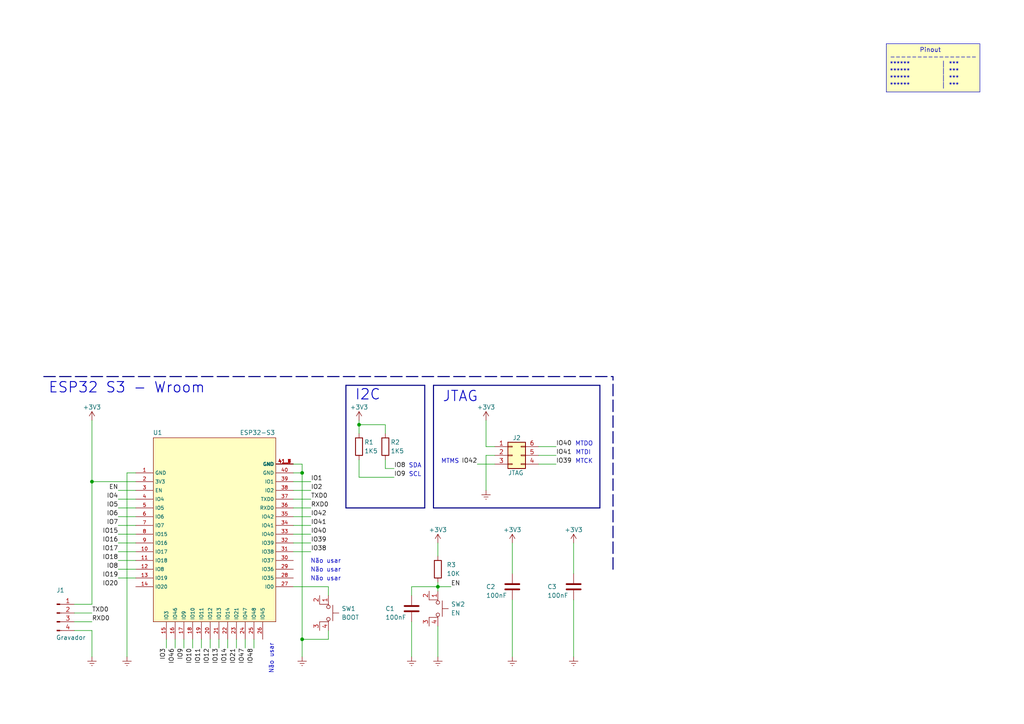
<source format=kicad_sch>
(kicad_sch (version 20231120) (generator "eeschema") (generator_version "8.0")
  (paper "A4")
  (title_block (title "Controle Personalizado") (date "2024-09-18") (rev "1.0.0") (company "AR") (comment 1 "Eng. Adenilton Ribeiro"))
  (lib_symbols
    (symbol "Connector:Conn_01x04_Male" (pin_names (offset 1.016) hide)
      (property "Reference" "J" (at 0 5.08 0))
      (property "Value" "Conn_01x04_Male" (at 0 -7.62 0))
      (symbol "Conn_01x04_Male_1_1"
        (polyline (pts (xy 1.27 -5.08) (xy 0.8636 -5.08)) (stroke (width 0.1524)))
        (polyline (pts (xy 1.27 -2.54) (xy 0.8636 -2.54)) (stroke (width 0.1524)))
        (polyline (pts (xy 1.27 0) (xy 0.8636 0)) (stroke (width 0.1524)))
        (polyline (pts (xy 1.27 2.54) (xy 0.8636 2.54)) (stroke (width 0.1524)))
        (rectangle (start 0.8636 -4.953) (end 0 -5.207) (stroke (width 0.1524)) (fill (type outline)))
        (rectangle (start 0.8636 -2.413) (end 0 -2.667) (stroke (width 0.1524)) (fill (type outline)))
        (rectangle (start 0.8636 0.127) (end 0 -0.127) (stroke (width 0.1524)) (fill (type outline)))
        (rectangle (start 0.8636 2.667) (end 0 2.413) (stroke (width 0.1524)) (fill (type outline)))
        (pin passive line (at 5.08 2.54 180) (length 3.81) (name "Pin_1") (number "1"))
        (pin passive line (at 5.08 0 180) (length 3.81) (name "Pin_2") (number "2"))
        (pin passive line (at 5.08 -2.54 180) (length 3.81) (name "Pin_3") (number "3"))
        (pin passive line (at 5.08 -5.08 180) (length 3.81) (name "Pin_4") (number "4"))
      )
    )
    (symbol "Connector_Generic:Conn_02x03_Counter_Clockwise" (pin_names (offset 1.016) hide)
      (property "Reference" "J" (at 1.27 5.08 0))
      (property "Value" "Conn_02x03_Counter_Clockwise" (at 1.27 -5.08 0))
      (symbol "Conn_02x03_Counter_Clockwise_1_1"
        (rectangle (start -1.27 -2.413) (end 0 -2.667) (stroke (width 0.1524)))
        (rectangle (start -1.27 0.127) (end 0 -0.127) (stroke (width 0.1524)))
        (rectangle (start -1.27 2.667) (end 0 2.413) (stroke (width 0.1524)))
        (rectangle (start -1.27 3.81) (end 3.81 -3.81) (stroke (width 0.254)) (fill (type background)))
        (rectangle (start 3.81 -2.413) (end 2.54 -2.667) (stroke (width 0.1524)))
        (rectangle (start 3.81 0.127) (end 2.54 -0.127) (stroke (width 0.1524)))
        (rectangle (start 3.81 2.667) (end 2.54 2.413) (stroke (width 0.1524)))
        (pin passive line (at -5.08 2.54 0) (length 3.81) (name "Pin_1") (number "1"))
        (pin passive line (at -5.08 0 0) (length 3.81) (name "Pin_2") (number "2"))
        (pin passive line (at -5.08 -2.54 0) (length 3.81) (name "Pin_3") (number "3"))
        (pin passive line (at 7.62 -2.54 180) (length 3.81) (name "Pin_4") (number "4"))
        (pin passive line (at 7.62 0 180) (length 3.81) (name "Pin_5") (number "5"))
        (pin passive line (at 7.62 2.54 180) (length 3.81) (name "Pin_6") (number "6"))
      )
    )
    (symbol "Device:C" (pin_numbers hide) (pin_names (offset 0.254))
      (property "Reference" "C" (at 0.635 2.54 0))
      (property "Value" "C" (at 0.635 -2.54 0))
      (symbol "C_0_1"
        (polyline (pts (xy -2.032 -0.762) (xy 2.032 -0.762)) (stroke (width 0.508)))
        (polyline (pts (xy -2.032 0.762) (xy 2.032 0.762)) (stroke (width 0.508)))
      )
      (symbol "C_1_1"
        (pin passive line (at 0 3.81 270) (length 2.794) (name "~") (number "1"))
        (pin passive line (at 0 -3.81 90) (length 2.794) (name "~") (number "2"))
      )
    )
    (symbol "Device:R" (pin_numbers hide) (pin_names (offset 0))
      (property "Reference" "R" (at 2.032 0 90))
      (property "Value" "R" (at 0 0 90))
      (symbol "R_0_1"
        (rectangle (start -1.016 -2.54) (end 1.016 2.54) (stroke (width 0.254)))
      )
      (symbol "R_1_1"
        (pin passive line (at 0 3.81 270) (length 1.27) (name "~") (number "1"))
        (pin passive line (at 0 -3.81 90) (length 1.27) (name "~") (number "2"))
      )
    )
    (symbol "ESP32_S3_WROOM_1_N16_1"
      (property "Reference" "U" (at 0 -1.016 0))
      (property "Value" "ESP32-S3" (at 18.034 -1.016 0))
      (symbol "ESP32_S3_WROOM_1_N16_1_0_0"
        (pin power_in line (at -5.08 -12.7 0) (length 5.08) (name "GND") (number "1"))
        (pin bidirectional line (at -5.08 -35.56 0) (length 5.08) (name "IO17") (number "10"))
        (pin bidirectional line (at -5.08 -38.1 0) (length 5.08) (name "IO18") (number "11"))
        (pin bidirectional line (at -5.08 -40.64 0) (length 5.08) (name "IO8") (number "12"))
        (pin bidirectional line (at -5.08 -43.18 0) (length 5.08) (name "IO19") (number "13"))
        (pin bidirectional line (at -5.08 -45.72 0) (length 5.08) (name "IO20") (number "14"))
        (pin bidirectional line (at 3.81 -60.96 90) (length 5.08) (name "IO3") (number "15"))
        (pin bidirectional line (at 6.35 -60.96 90) (length 5.08) (name "IO46") (number "16"))
        (pin bidirectional line (at 8.89 -60.96 90) (length 5.08) (name "IO9") (number "17"))
        (pin bidirectional line (at 11.43 -60.96 90) (length 5.08) (name "IO10") (number "18"))
        (pin bidirectional line (at 13.97 -60.96 90) (length 5.08) (name "IO11") (number "19"))
        (pin power_in line (at -5.08 -15.24 0) (length 5.08) (name "3V3") (number "2"))
        (pin bidirectional line (at 16.51 -60.96 90) (length 5.08) (name "IO12") (number "20"))
        (pin bidirectional line (at 19.05 -60.96 90) (length 5.08) (name "IO13") (number "21"))
        (pin bidirectional line (at 21.59 -60.96 90) (length 5.08) (name "IO14") (number "22"))
        (pin bidirectional line (at 24.13 -60.96 90) (length 5.08) (name "IO21") (number "23"))
        (pin bidirectional line (at 26.67 -60.96 90) (length 5.08) (name "IO47") (number "24"))
        (pin bidirectional line (at 29.21 -60.96 90) (length 5.08) (name "IO48") (number "25"))
        (pin bidirectional line (at 31.75 -60.96 90) (length 5.08) (name "IO45") (number "26"))
        (pin bidirectional line (at 40.64 -45.72 180) (length 5.08) (name "IO0") (number "27"))
        (pin bidirectional line (at 40.64 -43.18 180) (length 5.08) (name "IO35") (number "28"))
        (pin bidirectional line (at 40.64 -40.64 180) (length 5.08) (name "IO36") (number "29"))
        (pin input line (at -5.08 -17.78 0) (length 5.08) (name "EN") (number "3"))
        (pin bidirectional line (at 40.64 -38.1 180) (length 5.08) (name "IO37") (number "30"))
        (pin bidirectional line (at 40.64 -35.56 180) (length 5.08) (name "IO38") (number "31"))
        (pin bidirectional line (at 40.64 -33.02 180) (length 5.08) (name "IO39") (number "32"))
        (pin bidirectional line (at 40.64 -30.48 180) (length 5.08) (name "IO40") (number "33"))
        (pin bidirectional line (at 40.64 -27.94 180) (length 5.08) (name "IO41") (number "34"))
        (pin bidirectional line (at 40.64 -25.4 180) (length 5.08) (name "IO42") (number "35"))
        (pin bidirectional line (at 40.64 -22.86 180) (length 5.08) (name "RXD0") (number "36"))
        (pin bidirectional line (at 40.64 -20.32 180) (length 5.08) (name "TXD0") (number "37"))
        (pin bidirectional line (at 40.64 -17.78 180) (length 5.08) (name "IO2") (number "38"))
        (pin bidirectional line (at 40.64 -15.24 180) (length 5.08) (name "IO1") (number "39"))
        (pin bidirectional line (at -5.08 -20.32 0) (length 5.08) (name "IO4") (number "4"))
        (pin power_in line (at 40.64 -12.7 180) (length 5.08) (name "GND") (number "40"))
        (pin power_in line (at 40.64 -10.16 180) (length 5.08) (name "GND") (number "41_1"))
        (pin power_in line (at 40.64 -10.16 180) (length 5.08) (name "GND") (number "41_2"))
        (pin power_in line (at 40.64 -10.16 180) (length 5.08) (name "GND") (number "41_3"))
        (pin power_in line (at 40.64 -10.16 180) (length 5.08) (name "GND") (number "41_4"))
        (pin power_in line (at 40.64 -10.16 180) (length 5.08) (name "GND") (number "41_5"))
        (pin power_in line (at 40.64 -10.16 180) (length 5.08) (name "GND") (number "41_6"))
        (pin power_in line (at 40.64 -10.16 180) (length 5.08) (name "GND") (number "41_7"))
        (pin power_in line (at 40.64 -10.16 180) (length 5.08) (name "GND") (number "41_8"))
        (pin power_in line (at 40.64 -10.16 180) (length 5.08) (name "GND") (number "41_9"))
        (pin bidirectional line (at -5.08 -22.86 0) (length 5.08) (name "IO5") (number "5"))
        (pin bidirectional line (at -5.08 -25.4 0) (length 5.08) (name "IO6") (number "6"))
        (pin bidirectional line (at -5.08 -27.94 0) (length 5.08) (name "IO7") (number "7"))
        (pin bidirectional line (at -5.08 -30.48 0) (length 5.08) (name "IO15") (number "8"))
        (pin bidirectional line (at -5.08 -33.02 0) (length 5.08) (name "IO16") (number "9"))
      )
      (symbol "ESP32_S3_WROOM_1_N16_1_0_1"
        (rectangle (start 0 -2.54) (end 35.56 -55.88) (fill (type background)))
      )
    )
    (symbol "Switch:SW_MEC_5E" (pin_names (offset 1.016) hide)
      (property "Reference" "SW" (at 0.635 5.715 0))
      (property "Value" "SW_MEC_5E" (at 0 -3.175 0))
      (symbol "SW_MEC_5E_0_1"
        (circle (center -1.778 2.54) (radius 0.508))
        (polyline (pts (xy -2.286 3.81) (xy 2.286 3.81)))
        (polyline (pts (xy 0 3.81) (xy 0 5.588)))
        (polyline (pts (xy -2.54 0) (xy -2.54 2.54) (xy -2.286 2.54)))
        (polyline (pts (xy 2.54 0) (xy 2.54 2.54) (xy 2.286 2.54)))
        (circle (center 1.778 2.54) (radius 0.508))
        (pin passive line (at -5.08 2.54 0) (length 2.54) (name "1") (number "1"))
        (pin passive line (at -5.08 0 0) (length 2.54) (name "2") (number "2"))
        (pin passive line (at 5.08 0 180) (length 2.54) (name "K") (number "3"))
        (pin passive line (at 5.08 2.54 180) (length 2.54) (name "A") (number "4"))
      )
    )
    (symbol "power:+3.3V" (power) (pin_names (offset 0))
      (property "Value" "+3.3V" (at 0 3.556 0))
      (symbol "+3.3V_0_1"
        (polyline (pts (xy -0.762 1.27) (xy 0 2.54)))
        (polyline (pts (xy 0 0) (xy 0 2.54)))
        (polyline (pts (xy 0 2.54) (xy 0.762 1.27)))
      )
      (symbol "+3.3V_1_1"
        (pin power_in line (at 0 0 90) (length 0) hide (name "+3V3") (number "1"))
      )
    )
    (symbol "power:Earth" (power) (pin_names (offset 0))
      (symbol "Earth_0_1"
        (polyline (pts (xy -0.635 -1.905) (xy 0.635 -1.905)))
        (polyline (pts (xy -0.127 -2.54) (xy 0.127 -2.54)))
        (polyline (pts (xy 0 -1.27) (xy 0 0)))
        (polyline (pts (xy 1.27 -1.27) (xy -1.27 -1.27)))
      )
      (symbol "Earth_1_1"
        (pin power_in line (at 0 0 270) (length 0) hide (name "Earth") (number "1"))
      )
    )
  )
  (junction (at 127 170.18))
  (junction (at 87.63 185.42))
  (junction (at 26.67 139.7))
  (junction (at 104.14 123.19))
  (junction (at 87.63 137.16))
  (wire (pts (xy 127 168.91) (xy 127 170.18)))
  (wire (pts (xy 119.38 180.34) (xy 119.38 190.5)))
  (wire (pts (xy 36.83 137.16) (xy 36.83 190.5)))
  (wire (pts (xy 85.09 144.78) (xy 90.17 144.78)))
  (wire (pts (xy 111.76 135.89) (xy 111.76 133.35)))
  (wire (pts (xy 26.67 175.26) (xy 26.67 139.7)))
  (wire (pts (xy 34.29 149.86) (xy 39.37 149.86)))
  (wire (pts (xy 39.37 137.16) (xy 36.83 137.16)))
  (wire (pts (xy 63.5 185.42) (xy 63.5 187.96)))
  (wire (pts (xy 127 170.18) (xy 127 171.45)))
  (bus (pts (xy 123.19 147.32) (xy 100.33 147.32)))
  (wire (pts (xy 34.29 154.94) (xy 39.37 154.94)))
  (wire (pts (xy 26.67 121.92) (xy 26.67 139.7)))
  (wire (pts (xy 127 181.61) (xy 127 190.5)))
  (wire (pts (xy 21.59 177.8) (xy 26.67 177.8)))
  (wire (pts (xy 166.37 157.48) (xy 166.37 166.37)))
  (wire (pts (xy 85.09 137.16) (xy 87.63 137.16)))
  (wire (pts (xy 85.09 139.7) (xy 90.17 139.7)))
  (wire (pts (xy 111.76 125.73) (xy 111.76 123.19)))
  (wire (pts (xy 95.25 170.18) (xy 95.25 172.72)))
  (wire (pts (xy 85.09 147.32) (xy 90.17 147.32)))
  (wire (pts (xy 34.29 160.02) (xy 39.37 160.02)))
  (wire (pts (xy 53.34 185.42) (xy 53.34 187.96)))
  (wire (pts (xy 21.59 180.34) (xy 26.67 180.34)))
  (wire (pts (xy 34.29 144.78) (xy 39.37 144.78)))
  (wire (pts (xy 34.29 152.4) (xy 39.37 152.4)))
  (wire (pts (xy 87.63 134.62) (xy 87.63 137.16)))
  (wire (pts (xy 21.59 182.88) (xy 26.67 182.88)))
  (wire (pts (xy 85.09 134.62) (xy 87.63 134.62)))
  (wire (pts (xy 48.26 185.42) (xy 48.26 187.96)))
  (wire (pts (xy 85.09 154.94) (xy 90.17 154.94)))
  (bus (pts (xy 12.7 109.22) (xy 177.8 109.22)) (stroke (width 0) (type dash)))
  (wire (pts (xy 111.76 123.19) (xy 104.14 123.19)))
  (wire (pts (xy 73.66 185.42) (xy 73.66 187.96)))
  (wire (pts (xy 148.59 173.99) (xy 148.59 190.5)))
  (wire (pts (xy 140.97 132.08) (xy 140.97 142.24)))
  (wire (pts (xy 166.37 173.99) (xy 166.37 190.5)))
  (wire (pts (xy 68.58 185.42) (xy 68.58 187.96)))
  (wire (pts (xy 140.97 129.54) (xy 140.97 121.92)))
  (wire (pts (xy 119.38 170.18) (xy 127 170.18)))
  (wire (pts (xy 85.09 160.02) (xy 90.17 160.02)))
  (wire (pts (xy 66.04 185.42) (xy 66.04 187.96)))
  (bus (pts (xy 125.73 111.76) (xy 125.73 147.32)))
  (wire (pts (xy 85.09 142.24) (xy 90.17 142.24)))
  (bus (pts (xy 177.8 165.1) (xy 177.8 109.22)) (stroke (width 0) (type dash)))
  (wire (pts (xy 114.3 138.43) (xy 104.14 138.43)))
  (bus (pts (xy 123.19 111.76) (xy 123.19 147.32)))
  (bus (pts (xy 100.33 111.76) (xy 123.19 111.76)))
  (wire (pts (xy 26.67 182.88) (xy 26.67 190.5)))
  (wire (pts (xy 58.42 185.42) (xy 58.42 187.96)))
  (wire (pts (xy 95.25 185.42) (xy 95.25 182.88)))
  (wire (pts (xy 34.29 157.48) (xy 39.37 157.48)))
  (wire (pts (xy 34.29 147.32) (xy 39.37 147.32)))
  (wire (pts (xy 50.8 185.42) (xy 50.8 187.96)))
  (wire (pts (xy 34.29 142.24) (xy 39.37 142.24)))
  (wire (pts (xy 34.29 162.56) (xy 39.37 162.56)))
  (wire (pts (xy 143.51 132.08) (xy 140.97 132.08)))
  (wire (pts (xy 156.21 129.54) (xy 161.29 129.54)))
  (wire (pts (xy 127 170.18) (xy 130.81 170.18)))
  (wire (pts (xy 60.96 185.42) (xy 60.96 187.96)))
  (wire (pts (xy 85.09 170.18) (xy 95.25 170.18)))
  (bus (pts (xy 125.73 111.76) (xy 173.99 111.76)))
  (bus (pts (xy 173.99 111.76) (xy 173.99 147.32)))
  (wire (pts (xy 87.63 185.42) (xy 87.63 190.5)))
  (wire (pts (xy 34.29 167.64) (xy 39.37 167.64)))
  (wire (pts (xy 87.63 185.42) (xy 95.25 185.42)))
  (wire (pts (xy 26.67 139.7) (xy 39.37 139.7)))
  (wire (pts (xy 138.43 134.62) (xy 143.51 134.62)))
  (wire (pts (xy 85.09 157.48) (xy 90.17 157.48)))
  (wire (pts (xy 34.29 165.1) (xy 39.37 165.1)))
  (wire (pts (xy 127 157.48) (xy 127 161.29)))
  (bus (pts (xy 100.33 111.76) (xy 100.33 147.32)))
  (wire (pts (xy 143.51 129.54) (xy 140.97 129.54)))
  (wire (pts (xy 114.3 135.89) (xy 111.76 135.89)))
  (wire (pts (xy 148.59 157.48) (xy 148.59 166.37)))
  (wire (pts (xy 104.14 121.92) (xy 104.14 123.19)))
  (wire (pts (xy 85.09 152.4) (xy 90.17 152.4)))
  (bus (pts (xy 125.73 147.32) (xy 173.99 147.32)))
  (wire (pts (xy 71.12 185.42) (xy 71.12 187.96)))
  (wire (pts (xy 21.59 175.26) (xy 26.67 175.26)))
  (wire (pts (xy 104.14 138.43) (xy 104.14 133.35)))
  (wire (pts (xy 156.21 134.62) (xy 161.29 134.62)))
  (wire (pts (xy 87.63 137.16) (xy 87.63 185.42)))
  (wire (pts (xy 85.09 149.86) (xy 90.17 149.86)))
  (wire (pts (xy 104.14 123.19) (xy 104.14 125.73)))
  (wire (pts (xy 119.38 172.72) (xy 119.38 170.18)))
  (wire (pts (xy 55.88 185.42) (xy 55.88 187.96)))
  (wire (pts (xy 156.21 132.08) (xy 161.29 132.08)))
  (text_box "         Pinout\n----------------\n******		| ***\n******		| ***\n******		| ***\n******		| ***" (at 257.048 12.7 0) (size 27.178 13.97) (fill (type color) (color 255 255 194 1)) (effects (font (size 1.27 1.27)) (justify left top)))
  (text "Não usar" (at 94.488 162.814 0) (effects (font (size 1.27 1.27))))
  (text "Não usar" (at 78.74 191.008 90) (effects (font (size 1.27 1.27))))
  (text "ESP32 S3 - Wroom" (at 13.97 114.3 0) (effects (font (size 3 3) (thickness 0.254) (bold yes)) (justify left bottom)))
  (text "Não usar" (at 94.488 167.894 0) (effects (font (size 1.27 1.27))))
  (text "MTDI" (at 169.164 131.318 0) (effects (font (size 1.27 1.27))))
  (text "MTCK" (at 169.418 133.858 0) (effects (font (size 1.27 1.27))))
  (text "SCL" (at 120.396 137.668 0) (effects (font (size 1.27 1.27))))
  (text "SDA" (at 120.396 135.128 0) (effects (font (size 1.27 1.27))))
  (text "MTMS" (at 130.556 133.858 0) (effects (font (size 1.27 1.27))))
  (text "I2C" (at 102.87 116.332 0) (effects (font (size 3 3) (thickness 0.254) (bold yes)) (justify left bottom)))
  (text "JTAG" (at 128.27 116.84 0) (effects (font (size 3 3) (thickness 0.254) (bold yes)) (justify left bottom)))
  (text "MTDO" (at 169.418 128.778 0) (effects (font (size 1.27 1.27))))
  (text "Não usar" (at 94.488 165.354 0) (effects (font (size 1.27 1.27))))
  (label "IO40" (at 161.29 129.54 0))
  (label "IO41" (at 90.17 152.4 0))
  (label "IO8" (at 34.29 165.1 180))
  (label "IO40" (at 90.17 154.94 0))
  (label "RXD0" (at 90.17 147.32 0))
  (label "IO11" (at 58.42 187.96 270))
  (label "IO46" (at 50.8 187.96 270))
  (label "IO5" (at 34.29 147.32 180))
  (label "IO48" (at 73.66 187.96 270))
  (label "TXD0" (at 26.67 177.8 0))
  (label "IO20" (at 34.29 170.18 180))
  (label "IO3" (at 48.26 187.96 270))
  (label "IO42" (at 138.43 134.62 180))
  (label "IO47" (at 71.12 187.96 270))
  (label "IO41" (at 161.29 132.08 0))
  (label "IO14" (at 66.04 187.96 270))
  (label "IO6" (at 34.29 149.86 180))
  (label "IO15" (at 34.29 154.94 180))
  (label "IO9" (at 53.34 187.96 270))
  (label "IO39" (at 90.17 157.48 0))
  (label "EN" (at 130.81 170.18 0))
  (label "IO16" (at 34.29 157.48 180))
  (label "IO4" (at 34.29 144.78 180))
  (label "IO8" (at 114.3 135.89 0))
  (label "IO9" (at 114.3 138.43 0))
  (label "IO38" (at 90.17 160.02 0))
  (label "IO17" (at 34.29 160.02 180))
  (label "IO39" (at 161.29 134.62 0))
  (label "IO2" (at 90.17 142.24 0))
  (label "RXD0" (at 26.67 180.34 0))
  (label "IO19" (at 34.29 167.64 180))
  (label "IO1" (at 90.17 139.7 0))
  (label "IO42" (at 90.17 149.86 0))
  (label "EN" (at 34.29 142.24 180))
  (label "IO7" (at 34.29 152.4 180))
  (label "IO18" (at 34.29 162.56 180))
  (label "IO13" (at 63.5 187.96 270))
  (label "IO10" (at 55.88 187.96 270))
  (label "TXD0" (at 90.17 144.78 0))
  (label "IO12" (at 60.96 187.96 270))
  (label "IO21" (at 68.58 187.96 270))
  (symbol (lib_id "power:Earth") (at 36.83 190.5 0) (unit 1)
    (property "Reference" "#PWR03" (effects (hide yes)))
    (property "Value" "Earth" (effects (hide yes)))
  )
  (symbol (lib_id "Connector:Conn_01x04_Male") (at 16.51 177.8 0) (unit 1)
    (property "Reference" "J1" (at 17.526 171.196 0))
    (property "Value" "Gravador" (at 20.574 184.912 0))
    (property "Footprint" "Connector_PinHeader_2.54mm:PinHeader_1x04_P2.54mm_Vertical" (effects (hide yes)))
  )
  (symbol (lib_id "power:+3.3V") (at 104.14 121.92 0) (unit 1)
    (property "Reference" "#PWR05" (effects (hide yes)))
    (property "Value" "+3V3" (at 104.14 118.11 0))
  )
  (symbol (lib_id "power:+3.3V") (at 140.97 121.92 0) (unit 1)
    (property "Reference" "#PWR09" (effects (hide yes)))
    (property "Value" "+3V3" (at 140.97 118.11 0))
  )
  (symbol (lib_id "power:+3.3V") (at 166.37 157.48 0) (unit 1)
    (property "Reference" "#PWR013" (effects (hide yes)))
    (property "Value" "+3V3" (at 166.37 153.67 0))
  )
  (symbol (lib_id "Connector_Generic:Conn_02x03_Counter_Clockwise") (at 148.59 132.08 0) (unit 1)
    (property "Reference" "J2" (at 149.86 127 0))
    (property "Value" "JTAG" (at 149.606 137.16 0))
    (property "Footprint" "Connector_PinHeader_2.54mm:PinHeader_2x03_P2.54mm_Vertical" (effects (hide yes)))
  )
  (symbol (lib_id "Device:R") (at 127 165.1 0) (unit 1)
    (property "Reference" "R3" (at 129.54 163.8299 0) (effects (justify left)))
    (property "Value" "10K" (at 129.54 166.3699 0) (effects (justify left)))
    (property "Footprint" "Resistor_SMD:R_0805_2012Metric" (effects (hide yes)))
  )
  (symbol (lib_id "Device:C") (at 148.59 170.18 0) (unit 1)
    (property "Reference" "C2" (at 140.97 170.18 0) (effects (justify left)))
    (property "Value" "100nF" (at 140.97 172.72 0) (effects (justify left)))
    (property "Footprint" "Capacitor_SMD:C_0805_2012Metric" (effects (hide yes)))
  )
  (symbol (lib_id "power:Earth") (at 87.63 190.5 0) (unit 1)
    (property "Reference" "#PWR04" (effects (hide yes)))
    (property "Value" "Earth" (effects (hide yes)))
  )
  (symbol (lib_id "power:Earth") (at 127 190.5 0) (unit 1)
    (property "Reference" "#PWR08" (effects (hide yes)))
    (property "Value" "Earth" (effects (hide yes)))
  )
  (symbol (lib_id "power:+3.3V") (at 127 157.48 0) (unit 1)
    (property "Reference" "#PWR07" (effects (hide yes)))
    (property "Value" "+3V3" (at 127 153.67 0))
  )
  (symbol (lib_id "power:+3.3V") (at 26.67 121.92 0) (unit 1)
    (property "Reference" "#PWR01" (effects (hide yes)))
    (property "Value" "+3V3" (at 26.67 118.11 0))
  )
  (symbol (lib_name "ESP32_S3_WROOM_1_N16_1") (lib_id "A.R.shematic:ESP32_S3_WROOM_1_N16") (at 44.45 124.46 0) (unit 1)
    (property "Reference" "U1" (at 45.72 125.476 0))
    (property "Value" "ESP32-S3" (at 74.676 125.476 0))
    (property "Footprint" "A.R.footprints:ESP32_S3_WROOM_1_N16" (effects (hide yes)))
    (property "Datasheet" "https://br.mouser.com/datasheet/2/891/esp32_s3_wroom_1_wroom_1u_datasheet_en-2930317.pdf" (effects (hide yes)))
    (property "Description" "Bluetooth, WiFi 802.11b/g/n, Bluetooth v5.0 Transceiver Module 2.4GHz PCB Trace Surface Mount" (effects (hide yes)))
  )
  (symbol (lib_id "power:+3.3V") (at 148.59 157.48 0) (unit 1)
    (property "Reference" "#PWR011" (effects (hide yes)))
    (property "Value" "+3V3" (at 148.59 153.67 0))
  )
  (symbol (lib_id "Switch:SW_MEC_5E") (at 124.46 176.53 270) (unit 1)
    (property "Reference" "SW2" (at 130.81 175.2599 90) (effects (justify left)))
    (property "Value" "EN" (at 130.81 177.7999 90) (effects (justify left)))
    (property "Footprint" "Button_Switch_THT:SW_PUSH_6mm_H4.3mm" (effects (hide yes)))
    (property "Datasheet" "http://www.apem.com/int/index.php?controller=attachment&id_attachment=1371" (effects (hide yes)))
  )
  (symbol (lib_id "Device:C") (at 119.38 176.53 0) (unit 1)
    (property "Reference" "C1" (at 111.76 176.53 0) (effects (justify left)))
    (property "Value" "100nF" (at 111.76 179.07 0) (effects (justify left)))
    (property "Footprint" "Capacitor_SMD:C_0805_2012Metric" (effects (hide yes)))
  )
  (symbol (lib_id "power:Earth") (at 148.59 190.5 0) (unit 1)
    (property "Reference" "#PWR012" (effects (hide yes)))
    (property "Value" "Earth" (effects (hide yes)))
  )
  (symbol (lib_id "power:Earth") (at 26.67 190.5 0) (unit 1)
    (property "Reference" "#PWR02" (effects (hide yes)))
    (property "Value" "Earth" (effects (hide yes)))
  )
  (symbol (lib_id "power:Earth") (at 140.97 142.24 0) (unit 1)
    (property "Reference" "#PWR010" (effects (hide yes)))
    (property "Value" "Earth" (effects (hide yes)))
  )
  (symbol (lib_id "power:Earth") (at 119.38 190.5 0) (unit 1)
    (property "Reference" "#PWR06" (effects (hide yes)))
    (property "Value" "Earth" (effects (hide yes)))
  )
  (symbol (lib_id "Switch:SW_MEC_5E") (at 92.71 177.8 270) (unit 1)
    (property "Reference" "SW1" (at 99.06 176.5299 90) (effects (justify left)))
    (property "Value" "BOOT" (at 99.06 179.0699 90) (effects (justify left)))
    (property "Footprint" "Button_Switch_THT:SW_PUSH_6mm_H4.3mm" (effects (hide yes)))
    (property "Datasheet" "http://www.apem.com/int/index.php?controller=attachment&id_attachment=1371" (effects (hide yes)))
  )
  (symbol (lib_id "Device:R") (at 111.76 129.54 0) (unit 1)
    (property "Reference" "R2" (at 113.284 128.27 0) (effects (justify left)))
    (property "Value" "1K5" (at 113.284 130.81 0) (effects (justify left)))
    (property "Footprint" "Resistor_SMD:R_0805_2012Metric" (effects (hide yes)))
  )
  (symbol (lib_id "Device:C") (at 166.37 170.18 0) (unit 1)
    (property "Reference" "C3" (at 158.75 170.18 0) (effects (justify left)))
    (property "Value" "100nF" (at 158.75 172.72 0) (effects (justify left)))
    (property "Footprint" "Capacitor_SMD:C_0805_2012Metric" (effects (hide yes)))
  )
  (symbol (lib_id "power:Earth") (at 166.37 190.5 0) (unit 1)
    (property "Reference" "#PWR014" (effects (hide yes)))
    (property "Value" "Earth" (effects (hide yes)))
  )
  (symbol (lib_id "Device:R") (at 104.14 129.54 0) (unit 1)
    (property "Reference" "R1" (at 105.664 128.27 0) (effects (justify left)))
    (property "Value" "1K5" (at 105.664 130.81 0) (effects (justify left)))
    (property "Footprint" "Resistor_SMD:R_0805_2012Metric" (effects (hide yes)))
  )
)
</source>
